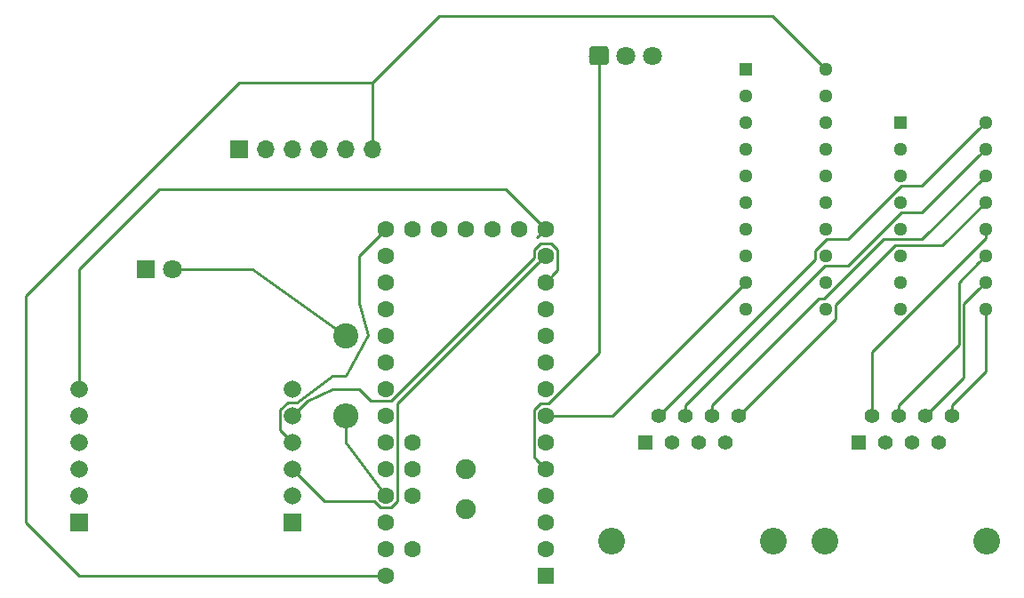
<source format=gbr>
G04 #@! TF.GenerationSoftware,KiCad,Pcbnew,(5.1.5-0-10_14)*
G04 #@! TF.CreationDate,2019-12-23T12:59:41-05:00*
G04 #@! TF.ProjectId,branchControllerPCB,6272616e-6368-4436-9f6e-74726f6c6c65,rev?*
G04 #@! TF.SameCoordinates,Original*
G04 #@! TF.FileFunction,Copper,L2,Inr*
G04 #@! TF.FilePolarity,Positive*
%FSLAX46Y46*%
G04 Gerber Fmt 4.6, Leading zero omitted, Abs format (unit mm)*
G04 Created by KiCad (PCBNEW (5.1.5-0-10_14)) date 2019-12-23 12:59:41*
%MOMM*%
%LPD*%
G04 APERTURE LIST*
%ADD10O,1.700000X1.700000*%
%ADD11R,1.700000X1.700000*%
%ADD12C,1.600000*%
%ADD13R,1.600000X1.600000*%
%ADD14C,1.900000*%
%ADD15R,1.665000X1.665000*%
%ADD16C,1.665000*%
%ADD17C,1.800000*%
%ADD18C,0.100000*%
%ADD19R,1.295400X1.295400*%
%ADD20C,1.295400*%
%ADD21O,2.400000X2.400000*%
%ADD22C,2.400000*%
%ADD23C,1.408000*%
%ADD24R,1.408000X1.408000*%
%ADD25C,2.550000*%
%ADD26R,1.800000X1.800000*%
%ADD27C,0.250000*%
G04 APERTURE END LIST*
D10*
X179070000Y-96520000D03*
X176530000Y-96520000D03*
X173990000Y-96520000D03*
X171450000Y-96520000D03*
X168910000Y-96520000D03*
D11*
X166370000Y-96520000D03*
D12*
X187960000Y-104140000D03*
X185420000Y-104140000D03*
X182880000Y-104140000D03*
X180340000Y-104140000D03*
X190500000Y-104140000D03*
X193040000Y-104140000D03*
X195580000Y-104140000D03*
X180340000Y-106680000D03*
X180340000Y-109220000D03*
X180340000Y-111760000D03*
X180340000Y-114300000D03*
X180340000Y-116840000D03*
X180340000Y-119380000D03*
X180340000Y-121920000D03*
X180340000Y-124460000D03*
X180340000Y-127000000D03*
X180340000Y-129540000D03*
X180340000Y-132080000D03*
X180340000Y-134620000D03*
X180340000Y-137160000D03*
X182880000Y-134620000D03*
X182880000Y-129540000D03*
X182880000Y-127000000D03*
X182880000Y-124460000D03*
X195580000Y-106680000D03*
X195580000Y-109220000D03*
X195580000Y-111760000D03*
X195580000Y-114300000D03*
X195580000Y-116840000D03*
X195580000Y-119380000D03*
X195580000Y-121920000D03*
X195580000Y-124460000D03*
X195580000Y-127000000D03*
X195580000Y-129540000D03*
X195580000Y-132080000D03*
X195580000Y-134620000D03*
D13*
X195580000Y-137160000D03*
D14*
X187960000Y-127000000D03*
X187960000Y-130810000D03*
D15*
X171450000Y-132080000D03*
D16*
X171450000Y-129540000D03*
X171450000Y-127000000D03*
X171450000Y-124460000D03*
X171450000Y-121920000D03*
X171450000Y-119380000D03*
D15*
X151130000Y-132080000D03*
D16*
X151130000Y-129540000D03*
X151130000Y-127000000D03*
X151130000Y-124460000D03*
X151130000Y-121920000D03*
X151130000Y-119380000D03*
D17*
X205740000Y-87630000D03*
X203200000Y-87630000D03*
G04 #@! TA.AperFunction,ViaPad*
D18*
G36*
X201335947Y-86731196D02*
G01*
X201360060Y-86734773D01*
X201383707Y-86740696D01*
X201406659Y-86748908D01*
X201428695Y-86759331D01*
X201449604Y-86771863D01*
X201469183Y-86786384D01*
X201487245Y-86802755D01*
X201503616Y-86820817D01*
X201518137Y-86840396D01*
X201530669Y-86861305D01*
X201541092Y-86883341D01*
X201549304Y-86906293D01*
X201555227Y-86929940D01*
X201558804Y-86954053D01*
X201560000Y-86978400D01*
X201560000Y-88281600D01*
X201558804Y-88305947D01*
X201555227Y-88330060D01*
X201549304Y-88353707D01*
X201541092Y-88376659D01*
X201530669Y-88398695D01*
X201518137Y-88419604D01*
X201503616Y-88439183D01*
X201487245Y-88457245D01*
X201469183Y-88473616D01*
X201449604Y-88488137D01*
X201428695Y-88500669D01*
X201406659Y-88511092D01*
X201383707Y-88519304D01*
X201360060Y-88525227D01*
X201335947Y-88528804D01*
X201311600Y-88530000D01*
X200008400Y-88530000D01*
X199984053Y-88528804D01*
X199959940Y-88525227D01*
X199936293Y-88519304D01*
X199913341Y-88511092D01*
X199891305Y-88500669D01*
X199870396Y-88488137D01*
X199850817Y-88473616D01*
X199832755Y-88457245D01*
X199816384Y-88439183D01*
X199801863Y-88419604D01*
X199789331Y-88398695D01*
X199778908Y-88376659D01*
X199770696Y-88353707D01*
X199764773Y-88330060D01*
X199761196Y-88305947D01*
X199760000Y-88281600D01*
X199760000Y-86978400D01*
X199761196Y-86954053D01*
X199764773Y-86929940D01*
X199770696Y-86906293D01*
X199778908Y-86883341D01*
X199789331Y-86861305D01*
X199801863Y-86840396D01*
X199816384Y-86820817D01*
X199832755Y-86802755D01*
X199850817Y-86786384D01*
X199870396Y-86771863D01*
X199891305Y-86759331D01*
X199913341Y-86748908D01*
X199936293Y-86740696D01*
X199959940Y-86734773D01*
X199984053Y-86731196D01*
X200008400Y-86730000D01*
X201311600Y-86730000D01*
X201335947Y-86731196D01*
G37*
G04 #@! TD.AperFunction*
D19*
X214630000Y-88900000D03*
D20*
X214630000Y-91440000D03*
X214630000Y-93980000D03*
X214630000Y-96520000D03*
X214630000Y-99060000D03*
X214630000Y-101600000D03*
X214630000Y-104140000D03*
X214630000Y-106680000D03*
X214630000Y-109220000D03*
X214630000Y-111760000D03*
X222250000Y-111760000D03*
X222250000Y-109220000D03*
X222250000Y-106680000D03*
X222250000Y-104140000D03*
X222250000Y-101600000D03*
X222250000Y-99060000D03*
X222250000Y-96520000D03*
X222250000Y-93980000D03*
X222250000Y-91440000D03*
X222250000Y-88900000D03*
D19*
X229362000Y-93980000D03*
D20*
X229362000Y-96520000D03*
X229362000Y-99060000D03*
X229362000Y-101600000D03*
X229362000Y-104140000D03*
X229362000Y-106680000D03*
X229362000Y-109220000D03*
X229362000Y-111760000D03*
X237490000Y-111760000D03*
X237490000Y-109220000D03*
X237490000Y-106680000D03*
X237490000Y-104140000D03*
X237490000Y-101600000D03*
X237490000Y-99060000D03*
X237490000Y-96520000D03*
X237490000Y-93980000D03*
D21*
X176530000Y-121920000D03*
D22*
X176530000Y-114300000D03*
D23*
X231775000Y-121920000D03*
X229235000Y-121920000D03*
X226695000Y-121920000D03*
X230505000Y-124460000D03*
X227965000Y-124460000D03*
D24*
X225425000Y-124460000D03*
D23*
X233045000Y-124460000D03*
X234315000Y-121920000D03*
D25*
X222155000Y-133860000D03*
X237585000Y-133860000D03*
X217265000Y-133860000D03*
X201835000Y-133860000D03*
D23*
X213995000Y-121920000D03*
X212725000Y-124460000D03*
D24*
X205105000Y-124460000D03*
D23*
X207645000Y-124460000D03*
X210185000Y-124460000D03*
X206375000Y-121920000D03*
X208915000Y-121920000D03*
X211455000Y-121920000D03*
D17*
X160020000Y-107950000D03*
D26*
X157480000Y-107950000D03*
D27*
X167640000Y-107950000D02*
X176530000Y-114300000D01*
X160020000Y-107950000D02*
X167640000Y-107950000D01*
X211455000Y-120924394D02*
X211455000Y-121920000D01*
X221592095Y-110787299D02*
X211455000Y-120924394D01*
X222122299Y-110787299D02*
X221592095Y-110787299D01*
X227796897Y-105112701D02*
X222122299Y-110787299D01*
X231437299Y-105112701D02*
X227796897Y-105112701D01*
X237490000Y-99060000D02*
X231437299Y-105112701D01*
X236842301Y-97167699D02*
X237490000Y-96520000D01*
X229489701Y-102572701D02*
X231437299Y-102572701D01*
X224409701Y-107652701D02*
X229489701Y-102572701D01*
X231437299Y-102572701D02*
X236842301Y-97167699D01*
X222186693Y-107652701D02*
X224409701Y-107652701D01*
X208915000Y-120924394D02*
X222186693Y-107652701D01*
X208915000Y-121920000D02*
X208915000Y-120924394D01*
X231437299Y-100032701D02*
X236842301Y-94627699D01*
X229489701Y-100032701D02*
X231437299Y-100032701D01*
X224409701Y-105112701D02*
X229489701Y-100032701D01*
X236842301Y-94627699D02*
X237490000Y-93980000D01*
X222377701Y-105112701D02*
X224409701Y-105112701D01*
X221277299Y-106213103D02*
X222377701Y-105112701D01*
X221277299Y-107017701D02*
X221277299Y-106213103D01*
X206375000Y-121920000D02*
X221277299Y-107017701D01*
X214698999Y-121216001D02*
X213995000Y-121920000D01*
X223222701Y-112692299D02*
X214698999Y-121216001D01*
X223222701Y-111379701D02*
X223222701Y-112692299D01*
X228895103Y-105707299D02*
X223222701Y-111379701D01*
X233382701Y-105707299D02*
X228895103Y-105707299D01*
X237490000Y-101600000D02*
X233382701Y-105707299D01*
X235400010Y-111309990D02*
X236842301Y-109867699D01*
X236842301Y-109867699D02*
X237490000Y-109220000D01*
X235400010Y-118294990D02*
X235400010Y-111309990D01*
X231775000Y-121920000D02*
X235400010Y-118294990D01*
X236842301Y-107327699D02*
X237490000Y-106680000D01*
X234950000Y-115209394D02*
X234950000Y-109220000D01*
X234950000Y-109220000D02*
X236842301Y-107327699D01*
X229235000Y-120924394D02*
X234950000Y-115209394D01*
X229235000Y-121920000D02*
X229235000Y-120924394D01*
X237490000Y-105055986D02*
X237490000Y-104140000D01*
X226695000Y-115850986D02*
X237490000Y-105055986D01*
X226695000Y-121920000D02*
X226695000Y-115850986D01*
X237490000Y-112675986D02*
X237490000Y-111760000D01*
X237490000Y-117749394D02*
X237490000Y-112675986D01*
X234315000Y-120924394D02*
X237490000Y-117749394D01*
X234315000Y-121920000D02*
X234315000Y-120924394D01*
X176530000Y-124460000D02*
X176530000Y-121920000D01*
X180340000Y-129540000D02*
X176530000Y-124460000D01*
X177800000Y-111219999D02*
X177800000Y-106680000D01*
X178640993Y-114249497D02*
X177800000Y-111219999D01*
X176530000Y-118110000D02*
X178640993Y-114249497D01*
X177800000Y-106680000D02*
X180340000Y-104140000D01*
X171006898Y-120650000D02*
X171893102Y-120650000D01*
X171893102Y-120650000D02*
X175260000Y-118110000D01*
X175260000Y-118110000D02*
X176530000Y-118110000D01*
X170292499Y-121364399D02*
X171006898Y-120650000D01*
X170292499Y-123302499D02*
X170292499Y-121364399D01*
X171450000Y-124460000D02*
X170292499Y-123302499D01*
X194780001Y-104939999D02*
X195580000Y-104140000D01*
X151130000Y-119380000D02*
X151130000Y-107950000D01*
X151130000Y-107950000D02*
X158750000Y-100330000D01*
X191770000Y-100330000D02*
X195580000Y-104140000D01*
X158750000Y-100330000D02*
X191770000Y-100330000D01*
X179070000Y-96520000D02*
X179070000Y-90170000D01*
X179070000Y-90170000D02*
X185420000Y-83820000D01*
X217170000Y-83820000D02*
X222250000Y-88900000D01*
X185420000Y-83820000D02*
X217170000Y-83820000D01*
X179070000Y-90170000D02*
X166370000Y-90170000D01*
X166370000Y-90170000D02*
X146050000Y-110490000D01*
X146050000Y-110490000D02*
X146050000Y-132080000D01*
X151130000Y-137160000D02*
X180340000Y-137160000D01*
X146050000Y-132080000D02*
X151130000Y-137160000D01*
X194780001Y-107479999D02*
X195580000Y-106680000D01*
X181465001Y-130080001D02*
X181465001Y-120794999D01*
X180880001Y-130665001D02*
X181465001Y-130080001D01*
X179799999Y-130665001D02*
X180880001Y-130665001D01*
X181465001Y-120794999D02*
X194780001Y-107479999D01*
X174530001Y-130080001D02*
X179214999Y-130080001D01*
X179214999Y-130080001D02*
X179799999Y-130665001D01*
X171450000Y-127000000D02*
X174530001Y-130080001D01*
X196379999Y-108420001D02*
X195580000Y-109220000D01*
X196705001Y-108094999D02*
X196379999Y-108420001D01*
X196120001Y-105554999D02*
X196705001Y-106139999D01*
X196705001Y-106139999D02*
X196705001Y-108094999D01*
X195039999Y-105554999D02*
X196120001Y-105554999D01*
X194454999Y-106139999D02*
X195039999Y-105554999D01*
X194454999Y-106930003D02*
X194454999Y-106139999D01*
X180880001Y-120505001D02*
X194454999Y-106930003D01*
X178925001Y-120505001D02*
X180880001Y-120505001D01*
X175260000Y-119380000D02*
X177800000Y-119380000D01*
X177800000Y-119380000D02*
X178925001Y-120505001D01*
X172864999Y-120505001D02*
X175260000Y-119380000D01*
X171450000Y-121920000D02*
X172864999Y-120505001D01*
X201930000Y-121920000D02*
X214630000Y-109220000D01*
X195580000Y-121920000D02*
X201930000Y-121920000D01*
X199760000Y-87630000D02*
X200660000Y-87630000D01*
X194780001Y-126200001D02*
X195580000Y-127000000D01*
X194454999Y-125874999D02*
X194780001Y-126200001D01*
X194454999Y-121379999D02*
X194454999Y-125874999D01*
X195039999Y-120794999D02*
X194454999Y-121379999D01*
X195830003Y-120794999D02*
X195039999Y-120794999D01*
X200660000Y-115965002D02*
X195830003Y-120794999D01*
X200660000Y-87630000D02*
X200660000Y-115965002D01*
M02*

</source>
